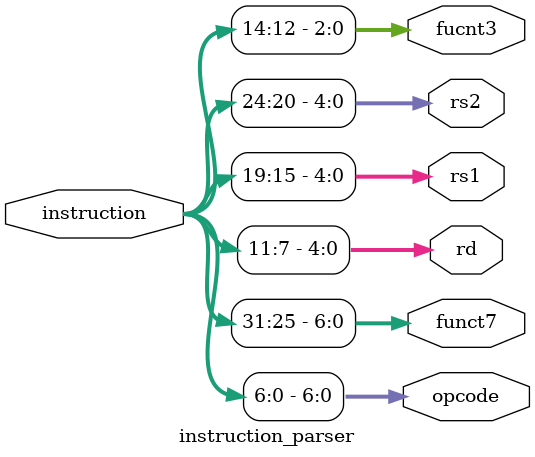
<source format=v>
module instruction_parser
(
	input [31:0] instruction,
	output reg [6:0] opcode, funct7,
	output reg [4:0] rd,rs1,rs2,	
	output reg [2:0] fucnt3
);

	always @ (instruction)
		begin
			opcode = instruction [6:0];
			rd = instruction [11:7];
			fucnt3 = instruction [14:12];
			rs1 = instruction [19:15];
			rs2 = instruction [24:20];
			funct7 = instruction [31:25];
		end
endmodule
</source>
